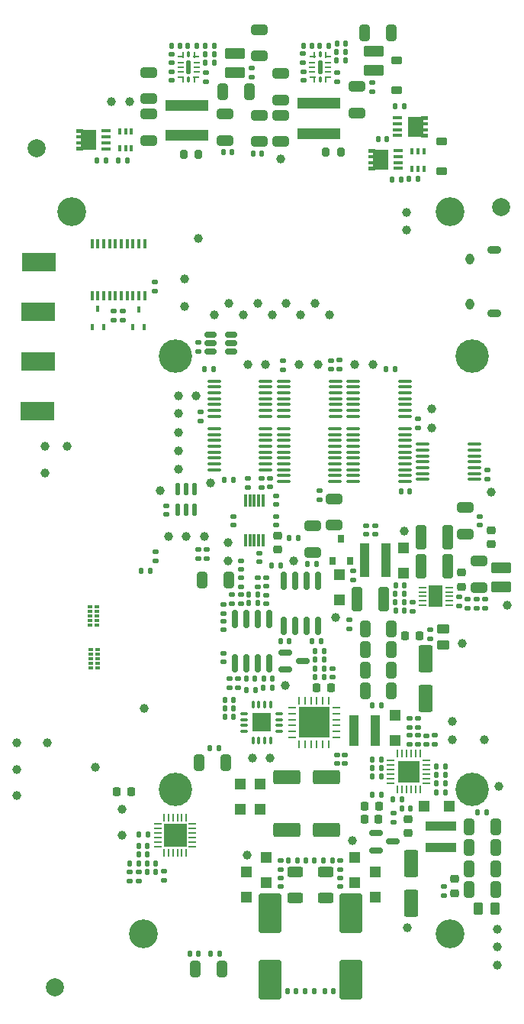
<source format=gbs>
%TF.GenerationSoftware,KiCad,Pcbnew,7.99.0-1.20230926git54171ec.fc37*%
%TF.CreationDate,2023-10-03T23:27:41+01:00*%
%TF.ProjectId,bugg-main-r5,62756767-2d6d-4616-996e-2d72352e6b69,rev?*%
%TF.SameCoordinates,Original*%
%TF.FileFunction,Soldermask,Bot*%
%TF.FilePolarity,Negative*%
%FSLAX46Y46*%
G04 Gerber Fmt 4.6, Leading zero omitted, Abs format (unit mm)*
G04 Created by KiCad (PCBNEW 7.99.0-1.20230926git54171ec.fc37) date 2023-10-03 23:27:41*
%MOMM*%
%LPD*%
G01*
G04 APERTURE LIST*
G04 Aperture macros list*
%AMRoundRect*
0 Rectangle with rounded corners*
0 $1 Rounding radius*
0 $2 $3 $4 $5 $6 $7 $8 $9 X,Y pos of 4 corners*
0 Add a 4 corners polygon primitive as box body*
4,1,4,$2,$3,$4,$5,$6,$7,$8,$9,$2,$3,0*
0 Add four circle primitives for the rounded corners*
1,1,$1+$1,$2,$3*
1,1,$1+$1,$4,$5*
1,1,$1+$1,$6,$7*
1,1,$1+$1,$8,$9*
0 Add four rect primitives between the rounded corners*
20,1,$1+$1,$2,$3,$4,$5,0*
20,1,$1+$1,$4,$5,$6,$7,0*
20,1,$1+$1,$6,$7,$8,$9,0*
20,1,$1+$1,$8,$9,$2,$3,0*%
%AMFreePoly0*
4,1,21,1.372500,0.787500,0.862500,0.787500,0.862500,0.532500,1.372500,0.532500,1.372500,0.127500,0.862500,0.127500,0.862500,-0.127500,1.372500,-0.127500,1.372500,-0.532500,0.862500,-0.532500,0.862500,-0.787500,1.372500,-0.787500,1.372500,-1.195000,0.612500,-1.195000,0.612500,-1.117500,-0.862500,-1.117500,-0.862500,1.117500,0.612500,1.117500,0.612500,1.195000,1.372500,1.195000,
1.372500,0.787500,1.372500,0.787500,$1*%
G04 Aperture macros list end*
%ADD10O,1.550000X0.890000*%
%ADD11O,0.950000X1.250000*%
%ADD12C,3.700000*%
%ADD13C,3.200000*%
%ADD14RoundRect,0.140000X0.140000X0.170000X-0.140000X0.170000X-0.140000X-0.170000X0.140000X-0.170000X0*%
%ADD15R,0.990000X0.405000*%
%ADD16FreePoly0,0.000000*%
%ADD17RoundRect,0.140000X-0.140000X-0.170000X0.140000X-0.170000X0.140000X0.170000X-0.140000X0.170000X0*%
%ADD18RoundRect,0.200000X0.200000X0.275000X-0.200000X0.275000X-0.200000X-0.275000X0.200000X-0.275000X0*%
%ADD19RoundRect,0.250000X-0.325000X-0.650000X0.325000X-0.650000X0.325000X0.650000X-0.325000X0.650000X0*%
%ADD20RoundRect,0.150000X-0.587500X-0.150000X0.587500X-0.150000X0.587500X0.150000X-0.587500X0.150000X0*%
%ADD21C,1.000000*%
%ADD22FreePoly0,180.000000*%
%ADD23R,0.980000X3.400000*%
%ADD24RoundRect,0.140000X-0.170000X0.140000X-0.170000X-0.140000X0.170000X-0.140000X0.170000X0.140000X0*%
%ADD25RoundRect,0.050000X-0.287500X-0.075000X0.287500X-0.075000X0.287500X0.075000X-0.287500X0.075000X0*%
%ADD26RoundRect,0.050000X-0.075000X0.287500X-0.075000X-0.287500X0.075000X-0.287500X0.075000X0.287500X0*%
%ADD27RoundRect,0.050000X-0.275000X-0.075000X0.275000X-0.075000X0.275000X0.075000X-0.275000X0.075000X0*%
%ADD28RoundRect,0.050050X0.124950X0.274950X-0.124950X0.274950X-0.124950X-0.274950X0.124950X-0.274950X0*%
%ADD29RoundRect,0.049950X-0.175050X-0.675050X0.175050X-0.675050X0.175050X0.675050X-0.175050X0.675050X0*%
%ADD30R,1.200000X1.200000*%
%ADD31R,3.800000X2.000000*%
%ADD32RoundRect,0.135000X0.135000X0.185000X-0.135000X0.185000X-0.135000X-0.185000X0.135000X-0.185000X0*%
%ADD33RoundRect,0.225000X0.375000X-0.225000X0.375000X0.225000X-0.375000X0.225000X-0.375000X-0.225000X0*%
%ADD34RoundRect,0.140000X0.170000X-0.140000X0.170000X0.140000X-0.170000X0.140000X-0.170000X-0.140000X0*%
%ADD35RoundRect,0.135000X0.185000X-0.135000X0.185000X0.135000X-0.185000X0.135000X-0.185000X-0.135000X0*%
%ADD36RoundRect,0.135000X-0.185000X0.135000X-0.185000X-0.135000X0.185000X-0.135000X0.185000X0.135000X0*%
%ADD37RoundRect,0.250000X0.650000X-0.325000X0.650000X0.325000X-0.650000X0.325000X-0.650000X-0.325000X0*%
%ADD38RoundRect,0.100000X-0.637500X-0.100000X0.637500X-0.100000X0.637500X0.100000X-0.637500X0.100000X0*%
%ADD39RoundRect,0.250000X0.325000X0.650000X-0.325000X0.650000X-0.325000X-0.650000X0.325000X-0.650000X0*%
%ADD40R,0.550000X0.300000*%
%ADD41R,0.550000X0.400000*%
%ADD42C,2.000000*%
%ADD43RoundRect,0.218750X0.218750X0.256250X-0.218750X0.256250X-0.218750X-0.256250X0.218750X-0.256250X0*%
%ADD44RoundRect,0.135000X-0.135000X-0.185000X0.135000X-0.185000X0.135000X0.185000X-0.135000X0.185000X0*%
%ADD45RoundRect,0.100000X0.637500X0.100000X-0.637500X0.100000X-0.637500X-0.100000X0.637500X-0.100000X0*%
%ADD46R,0.450000X0.700000*%
%ADD47RoundRect,0.250000X1.250000X0.550000X-1.250000X0.550000X-1.250000X-0.550000X1.250000X-0.550000X0*%
%ADD48RoundRect,0.250000X0.625000X-0.312500X0.625000X0.312500X-0.625000X0.312500X-0.625000X-0.312500X0*%
%ADD49RoundRect,0.250000X1.000000X-1.950000X1.000000X1.950000X-1.000000X1.950000X-1.000000X-1.950000X0*%
%ADD50RoundRect,0.250000X0.450000X-0.262500X0.450000X0.262500X-0.450000X0.262500X-0.450000X-0.262500X0*%
%ADD51RoundRect,0.150000X0.150000X-0.825000X0.150000X0.825000X-0.150000X0.825000X-0.150000X-0.825000X0*%
%ADD52RoundRect,0.250000X-0.650000X0.325000X-0.650000X-0.325000X0.650000X-0.325000X0.650000X0.325000X0*%
%ADD53RoundRect,0.250000X-0.325000X-1.100000X0.325000X-1.100000X0.325000X1.100000X-0.325000X1.100000X0*%
%ADD54RoundRect,0.250000X0.550000X-1.250000X0.550000X1.250000X-0.550000X1.250000X-0.550000X-1.250000X0*%
%ADD55RoundRect,0.062500X-0.362500X-0.062500X0.362500X-0.062500X0.362500X0.062500X-0.362500X0.062500X0*%
%ADD56RoundRect,0.062500X-0.062500X-0.362500X0.062500X-0.362500X0.062500X0.362500X-0.062500X0.362500X0*%
%ADD57R,3.400000X3.400000*%
%ADD58RoundRect,0.225000X0.250000X-0.225000X0.250000X0.225000X-0.250000X0.225000X-0.250000X-0.225000X0*%
%ADD59RoundRect,0.062500X0.062500X-0.325000X0.062500X0.325000X-0.062500X0.325000X-0.062500X-0.325000X0*%
%ADD60RoundRect,0.062500X0.325000X-0.062500X0.325000X0.062500X-0.325000X0.062500X-0.325000X-0.062500X0*%
%ADD61R,2.450000X2.450000*%
%ADD62RoundRect,0.062500X0.062500X-0.350000X0.062500X0.350000X-0.062500X0.350000X-0.062500X-0.350000X0*%
%ADD63RoundRect,0.062500X0.350000X-0.062500X0.350000X0.062500X-0.350000X0.062500X-0.350000X-0.062500X0*%
%ADD64R,2.600000X2.600000*%
%ADD65RoundRect,0.225000X-0.250000X0.225000X-0.250000X-0.225000X0.250000X-0.225000X0.250000X0.225000X0*%
%ADD66R,0.980000X3.700000*%
%ADD67RoundRect,0.200000X-0.200000X-0.275000X0.200000X-0.275000X0.200000X0.275000X-0.200000X0.275000X0*%
%ADD68RoundRect,0.250000X-0.850000X0.375000X-0.850000X-0.375000X0.850000X-0.375000X0.850000X0.375000X0*%
%ADD69RoundRect,0.250000X0.262500X0.450000X-0.262500X0.450000X-0.262500X-0.450000X0.262500X-0.450000X0*%
%ADD70RoundRect,0.075000X0.350000X0.075000X-0.350000X0.075000X-0.350000X-0.075000X0.350000X-0.075000X0*%
%ADD71RoundRect,0.075000X0.075000X0.350000X-0.075000X0.350000X-0.075000X-0.350000X0.075000X-0.350000X0*%
%ADD72R,2.100000X2.100000*%
%ADD73RoundRect,0.225000X-0.375000X0.225000X-0.375000X-0.225000X0.375000X-0.225000X0.375000X0.225000X0*%
%ADD74RoundRect,0.125000X-0.125000X0.587500X-0.125000X-0.587500X0.125000X-0.587500X0.125000X0.587500X0*%
%ADD75R,0.400000X1.000000*%
%ADD76R,4.700000X1.180000*%
%ADD77R,3.400000X0.980000*%
%ADD78R,0.300000X1.400000*%
%ADD79R,0.800000X0.900000*%
%ADD80R,0.400000X0.650000*%
%ADD81RoundRect,0.062500X0.362500X0.062500X-0.362500X0.062500X-0.362500X-0.062500X0.362500X-0.062500X0*%
%ADD82R,1.650000X2.380000*%
%ADD83RoundRect,0.225000X0.225000X0.250000X-0.225000X0.250000X-0.225000X-0.250000X0.225000X-0.250000X0*%
%ADD84RoundRect,0.150000X-0.512500X-0.150000X0.512500X-0.150000X0.512500X0.150000X-0.512500X0.150000X0*%
%ADD85RoundRect,0.218750X0.256250X-0.218750X0.256250X0.218750X-0.256250X0.218750X-0.256250X-0.218750X0*%
%ADD86RoundRect,0.218750X-0.218750X-0.256250X0.218750X-0.256250X0.218750X0.256250X-0.218750X0.256250X0*%
G04 APERTURE END LIST*
D10*
%TO.C,J15*%
X25900000Y28700000D03*
D11*
X23200000Y29700000D03*
X23200000Y34700000D03*
D10*
X25900000Y35700000D03*
%TD*%
D12*
%TO.C,SP3*%
X23500000Y-24000000D03*
%TD*%
D13*
%TO.C,H4*%
X-13000000Y-40000000D03*
%TD*%
D12*
%TO.C,SP1*%
X-9500000Y24000000D03*
%TD*%
D13*
%TO.C,H1*%
X-21000000Y40000000D03*
%TD*%
D12*
%TO.C,SP2*%
X23500000Y24000000D03*
%TD*%
D13*
%TO.C,H2*%
X21000000Y40000000D03*
%TD*%
D12*
%TO.C,SP4*%
X-9500000Y-24000000D03*
%TD*%
D13*
%TO.C,H3*%
X21000000Y-40000000D03*
%TD*%
D14*
%TO.C,C115*%
X4155000Y3825000D03*
X3195000Y3825000D03*
%TD*%
D15*
%TO.C,Q3*%
X15215000Y48410000D03*
X15215000Y49070000D03*
X15215000Y49730000D03*
X15215000Y50390000D03*
D16*
X17207500Y49400000D03*
%TD*%
D17*
%TO.C,C101*%
X6070000Y-9675000D03*
X7030000Y-9675000D03*
%TD*%
%TO.C,C46*%
X2970000Y-46400000D03*
X3930000Y-46400000D03*
%TD*%
D18*
%TO.C,R109*%
X8885000Y46580000D03*
X7235000Y46580000D03*
%TD*%
D19*
%TO.C,C91*%
X11584762Y-10835714D03*
X14534762Y-10835714D03*
%TD*%
D20*
%TO.C,U31*%
X2762500Y-10750000D03*
X2762500Y-8850000D03*
X4637500Y-9800000D03*
%TD*%
D21*
%TO.C,T10*%
X16150000Y37900000D03*
%TD*%
D15*
%TO.C,Q1*%
X-17150000Y48910000D03*
X-17150000Y48250000D03*
X-17150000Y47590000D03*
X-17150000Y46930000D03*
D22*
X-19142500Y47920000D03*
%TD*%
D23*
%TO.C,L4*%
X10354286Y-17484762D03*
X12724286Y-17484762D03*
%TD*%
D20*
%TO.C,Q10*%
X12777500Y-30775000D03*
X12777500Y-28875000D03*
X14652500Y-29825000D03*
%TD*%
D24*
%TO.C,C120*%
X-6925000Y25455000D03*
X-6925000Y24495000D03*
%TD*%
D25*
%TO.C,U5*%
X-8862500Y54850000D03*
D26*
X-8650000Y54637500D03*
D27*
X-8875000Y55500000D03*
X-8875000Y56000000D03*
X-8875000Y56500000D03*
D25*
X-8862500Y57150000D03*
D26*
X-8650000Y57362500D03*
D28*
X-8000000Y57375000D03*
D26*
X-7350000Y57362500D03*
D25*
X-7137500Y57150000D03*
D27*
X-7125000Y56500000D03*
X-7125000Y56000000D03*
X-7125000Y55500000D03*
D26*
X-7350000Y54637500D03*
D25*
X-7137500Y54850000D03*
D28*
X-8000000Y54625000D03*
D29*
X-8000000Y56000000D03*
%TD*%
D30*
%TO.C,D10*%
X10450000Y-31550000D03*
X10450000Y-34350000D03*
%TD*%
D31*
%TO.C,GC1*%
X-24750000Y17900000D03*
%TD*%
D32*
%TO.C,R7*%
X-14765000Y45650000D03*
X-15785000Y45650000D03*
%TD*%
D33*
%TO.C,D4*%
X20100000Y44500000D03*
X20100000Y47800000D03*
%TD*%
D32*
%TO.C,R8*%
X17472500Y43627500D03*
X16452500Y43627500D03*
%TD*%
D21*
%TO.C,T29*%
X-9150000Y15500000D03*
%TD*%
%TO.C,T17*%
X-16575000Y52200000D03*
%TD*%
%TO.C,T15*%
X-23950000Y11000000D03*
%TD*%
D34*
%TO.C,C126*%
X24350000Y5270000D03*
X24350000Y6230000D03*
%TD*%
D21*
%TO.C,T19*%
X-8250000Y4000000D03*
%TD*%
D14*
%TO.C,C64*%
X-3020000Y-16000000D03*
X-3980000Y-16000000D03*
%TD*%
D19*
%TO.C,C43*%
X11525000Y59786400D03*
X14475000Y59786400D03*
%TD*%
D21*
%TO.C,T51*%
X2750000Y-12500000D03*
%TD*%
D35*
%TO.C,R57*%
X-2220000Y-3460000D03*
X-2220000Y-2440000D03*
%TD*%
D36*
%TO.C,R59*%
X-2500000Y-11790000D03*
X-2500000Y-12810000D03*
%TD*%
D17*
%TO.C,C87*%
X15670000Y-26125000D03*
X16630000Y-26125000D03*
%TD*%
%TO.C,C139*%
X12420238Y-14749286D03*
X13380238Y-14749286D03*
%TD*%
D24*
%TO.C,C42*%
X-9875000Y55480000D03*
X-9875000Y54520000D03*
%TD*%
D21*
%TO.C,T57*%
X-27050000Y-18900000D03*
%TD*%
D34*
%TO.C,C54*%
X8850000Y-34780000D03*
X8850000Y-33820000D03*
%TD*%
D21*
%TO.C,T5*%
X8350000Y-5000000D03*
%TD*%
D30*
%TO.C,D13*%
X-50000Y-26200000D03*
X-50000Y-23400000D03*
%TD*%
D35*
%TO.C,R94*%
X17450000Y-17160000D03*
X17450000Y-16140000D03*
%TD*%
D37*
%TO.C,C13*%
X-3925000Y47875000D03*
X-3925000Y50825000D03*
%TD*%
D21*
%TO.C,T38*%
X-1450000Y23000000D03*
%TD*%
D38*
%TO.C,U19*%
X10287500Y17300000D03*
X10287500Y17950000D03*
X10287500Y18600000D03*
X10287500Y19250000D03*
X10287500Y19900000D03*
X10287500Y20550000D03*
X10287500Y21200000D03*
X16012500Y21200000D03*
X16012500Y20550000D03*
X16012500Y19900000D03*
X16012500Y19250000D03*
X16012500Y18600000D03*
X16012500Y17950000D03*
X16012500Y17300000D03*
%TD*%
D24*
%TO.C,C69*%
X600000Y-2495000D03*
X600000Y-3455000D03*
%TD*%
D21*
%TO.C,T18*%
X-6250000Y4000000D03*
%TD*%
D17*
%TO.C,C72*%
X-1580000Y-11800000D03*
X-620000Y-11800000D03*
%TD*%
D39*
%TO.C,C127*%
X-4325000Y-43900000D03*
X-7275000Y-43900000D03*
%TD*%
D34*
%TO.C,C94*%
X16500000Y-17155000D03*
X16500000Y-16195000D03*
%TD*%
D40*
%TO.C,U11*%
X-18985000Y-5800000D03*
X-18985000Y-5300000D03*
D41*
X-18985000Y-4800000D03*
D40*
X-18985000Y-4300000D03*
X-18985000Y-3800000D03*
X-18215000Y-3800000D03*
X-18215000Y-4300000D03*
D41*
X-18215000Y-4800000D03*
D40*
X-18215000Y-5300000D03*
X-18215000Y-5800000D03*
%TD*%
D42*
%TO.C,FID6*%
X-24850000Y47000000D03*
%TD*%
D43*
%TO.C,FB7*%
X7787500Y-12775000D03*
X6212500Y-12775000D03*
%TD*%
D44*
%TO.C,R26*%
X-14510000Y-32275000D03*
X-13490000Y-32275000D03*
%TD*%
%TO.C,R91*%
X19479286Y-23384762D03*
X20499286Y-23384762D03*
%TD*%
D36*
%TO.C,R52*%
X2200000Y-31940000D03*
X2200000Y-32960000D03*
%TD*%
D45*
%TO.C,U20*%
X8312500Y21200000D03*
X8312500Y20550000D03*
X8312500Y19900000D03*
X8312500Y19250000D03*
X8312500Y18600000D03*
X8312500Y17950000D03*
X8312500Y17300000D03*
X2587500Y17300000D03*
X2587500Y17950000D03*
X2587500Y18600000D03*
X2587500Y19250000D03*
X2587500Y19900000D03*
X2587500Y20550000D03*
X2587500Y21200000D03*
%TD*%
D24*
%TO.C,C76*%
X600000Y-570000D03*
X600000Y-1530000D03*
%TD*%
D19*
%TO.C,C90*%
X11584762Y-13135714D03*
X14534762Y-13135714D03*
%TD*%
D46*
%TO.C,Q28*%
X-17425000Y27200000D03*
X-18725000Y27200000D03*
X-18075000Y29200000D03*
%TD*%
D31*
%TO.C,GC2*%
X-24700000Y23400000D03*
%TD*%
D30*
%TO.C,D17*%
X14914286Y-18609762D03*
X14914286Y-15809762D03*
%TD*%
D47*
%TO.C,C59*%
X7275000Y-28500000D03*
X2875000Y-28500000D03*
%TD*%
D48*
%TO.C,R48*%
X3800000Y-36087500D03*
X3800000Y-33162500D03*
%TD*%
D21*
%TO.C,T48*%
X4250000Y23000000D03*
%TD*%
D36*
%TO.C,R113*%
X-15340000Y28975000D03*
X-15340000Y27955000D03*
%TD*%
%TO.C,R35*%
X-1000000Y55910000D03*
X-1000000Y54890000D03*
%TD*%
D34*
%TO.C,C60*%
X1050000Y9470000D03*
X1050000Y10430000D03*
%TD*%
D49*
%TO.C,C49*%
X10025000Y-45125000D03*
X10025000Y-37725000D03*
%TD*%
D42*
%TO.C,FID5*%
X26650000Y40500000D03*
%TD*%
D17*
%TO.C,C56*%
X5020000Y-31875000D03*
X5980000Y-31875000D03*
%TD*%
D35*
%TO.C,R103*%
X18805000Y-7380000D03*
X18805000Y-6360000D03*
%TD*%
D21*
%TO.C,T34*%
X12500000Y23000000D03*
%TD*%
D45*
%TO.C,U22*%
X562500Y21200000D03*
X562500Y20550000D03*
X562500Y19900000D03*
X562500Y19250000D03*
X562500Y18600000D03*
X562500Y17950000D03*
X562500Y17300000D03*
X-5162500Y17300000D03*
X-5162500Y17950000D03*
X-5162500Y18600000D03*
X-5162500Y19250000D03*
X-5162500Y19900000D03*
X-5162500Y20550000D03*
X-5162500Y21200000D03*
%TD*%
D30*
%TO.C,D8*%
X12700000Y-36000000D03*
X12700000Y-33200000D03*
%TD*%
D37*
%TO.C,C80*%
X5800000Y2225000D03*
X5800000Y5175000D03*
%TD*%
D21*
%TO.C,T35*%
X-7150000Y19600000D03*
%TD*%
D32*
%TO.C,R15*%
X-7065000Y58375000D03*
X-8085000Y58375000D03*
%TD*%
D50*
%TO.C,R112*%
X20290000Y-8062500D03*
X20290000Y-6237500D03*
%TD*%
D21*
%TO.C,T37*%
X550000Y23000000D03*
%TD*%
%TO.C,J5*%
X1250000Y28575000D03*
%TD*%
%TO.C,T25*%
X1050000Y-20600000D03*
%TD*%
D34*
%TO.C,C48*%
X17500000Y16040000D03*
X17500000Y17000000D03*
%TD*%
D24*
%TO.C,C25*%
X25200000Y11330000D03*
X25200000Y10370000D03*
%TD*%
D19*
%TO.C,C133*%
X23119286Y-28174762D03*
X26069286Y-28174762D03*
%TD*%
D17*
%TO.C,C117*%
X5220000Y925000D03*
X6180000Y925000D03*
%TD*%
D37*
%TO.C,C103*%
X24200000Y-1675000D03*
X24200000Y1275000D03*
%TD*%
D21*
%TO.C,T46*%
X26250000Y-43500000D03*
%TD*%
D51*
%TO.C,U33*%
X6355000Y-5875000D03*
X5085000Y-5875000D03*
X3815000Y-5875000D03*
X2545000Y-5875000D03*
X2545000Y-925000D03*
X3815000Y-925000D03*
X5085000Y-925000D03*
X6355000Y-925000D03*
%TD*%
D35*
%TO.C,R93*%
X17450000Y-19035000D03*
X17450000Y-18015000D03*
%TD*%
%TO.C,R101*%
X16495000Y-19025000D03*
X16495000Y-18005000D03*
%TD*%
D32*
%TO.C,R16*%
X9460000Y57656400D03*
X8440000Y57656400D03*
%TD*%
D17*
%TO.C,C47*%
X4970000Y-46400000D03*
X5930000Y-46400000D03*
%TD*%
D21*
%TO.C,T7*%
X27350000Y-3600000D03*
%TD*%
%TO.C,J8*%
X6050000Y29800000D03*
%TD*%
D52*
%TO.C,C45*%
X10700000Y53825000D03*
X10700000Y50875000D03*
%TD*%
D35*
%TO.C,R61*%
X-2175000Y-1560000D03*
X-2175000Y-540000D03*
%TD*%
D24*
%TO.C,C53*%
X2450000Y23430000D03*
X2450000Y22470000D03*
%TD*%
D39*
%TO.C,C129*%
X-3525000Y-850000D03*
X-6475000Y-850000D03*
%TD*%
D40*
%TO.C,U10*%
X-18885000Y-10550000D03*
X-18885000Y-10050000D03*
D41*
X-18885000Y-9550000D03*
D40*
X-18885000Y-9050000D03*
X-18885000Y-8550000D03*
X-18115000Y-8550000D03*
X-18115000Y-9050000D03*
D41*
X-18115000Y-9550000D03*
D40*
X-18115000Y-10050000D03*
X-18115000Y-10550000D03*
%TD*%
D30*
%TO.C,D14*%
X-2250000Y-26200000D03*
X-2250000Y-23400000D03*
%TD*%
D21*
%TO.C,T6*%
X15950000Y4600000D03*
%TD*%
D36*
%TO.C,R78*%
X14750000Y-26670000D03*
X14750000Y-27690000D03*
%TD*%
D53*
%TO.C,C107*%
X17775000Y3900000D03*
X20725000Y3900000D03*
%TD*%
D37*
%TO.C,C16*%
X2190000Y47725000D03*
X2190000Y50675000D03*
%TD*%
D21*
%TO.C,T55*%
X-18350000Y-21600000D03*
%TD*%
D17*
%TO.C,C121*%
X2220000Y-7600000D03*
X3180000Y-7600000D03*
%TD*%
D14*
%TO.C,C18*%
X130000Y46425000D03*
X-830000Y46425000D03*
%TD*%
D21*
%TO.C,T47*%
X10450000Y23000000D03*
%TD*%
D35*
%TO.C,R71*%
X-1400000Y9390000D03*
X-1400000Y10410000D03*
%TD*%
D21*
%TO.C,T28*%
X-9150000Y13500000D03*
%TD*%
D35*
%TO.C,R54*%
X-3450000Y-12810000D03*
X-3450000Y-11790000D03*
%TD*%
D44*
%TO.C,R90*%
X14940000Y-3300000D03*
X15960000Y-3300000D03*
%TD*%
D54*
%TO.C,C119*%
X18270000Y-13950000D03*
X18270000Y-9550000D03*
%TD*%
D17*
%TO.C,C74*%
X15570000Y9000000D03*
X16530000Y9000000D03*
%TD*%
D55*
%TO.C,U18*%
X3467462Y-18250000D03*
X3467462Y-17600000D03*
X3467462Y-16950000D03*
X3467462Y-16300000D03*
X3467462Y-15650000D03*
X3467462Y-15000000D03*
D56*
X4292462Y-14175000D03*
X4942462Y-14175000D03*
X5592462Y-14175000D03*
X6242462Y-14175000D03*
X6892462Y-14175000D03*
X7542462Y-14175000D03*
D55*
X8367462Y-15000000D03*
X8367462Y-15650000D03*
X8367462Y-16300000D03*
X8367462Y-16950000D03*
X8367462Y-17600000D03*
X8367462Y-18250000D03*
D56*
X7542462Y-19075000D03*
X6892462Y-19075000D03*
X6242462Y-19075000D03*
X5592462Y-19075000D03*
X4942462Y-19075000D03*
X4292462Y-19075000D03*
D57*
X5917462Y-16625000D03*
%TD*%
D17*
%TO.C,C17*%
X-4155000Y46575000D03*
X-3195000Y46575000D03*
%TD*%
D25*
%TO.C,U6*%
X5737500Y54850000D03*
D26*
X5950000Y54637500D03*
D27*
X5725000Y55500000D03*
X5725000Y56000000D03*
X5725000Y56500000D03*
D25*
X5737500Y57150000D03*
D26*
X5950000Y57362500D03*
D28*
X6600000Y57375000D03*
D26*
X7250000Y57362500D03*
D25*
X7462500Y57150000D03*
D27*
X7475000Y56500000D03*
X7475000Y56000000D03*
X7475000Y55500000D03*
D26*
X7250000Y54637500D03*
D25*
X7462500Y54850000D03*
D28*
X6600000Y54625000D03*
D29*
X6600000Y56000000D03*
%TD*%
D44*
%TO.C,R98*%
X5690000Y-7625000D03*
X6710000Y-7625000D03*
%TD*%
D21*
%TO.C,T26*%
X-950000Y-20600000D03*
%TD*%
D34*
%TO.C,C38*%
X-11775000Y31195000D03*
X-11775000Y32155000D03*
%TD*%
D32*
%TO.C,R69*%
X14960000Y22500000D03*
X13940000Y22500000D03*
%TD*%
D52*
%TO.C,C6*%
X-12425000Y55425000D03*
X-12425000Y52475000D03*
%TD*%
D58*
%TO.C,C102*%
X25550000Y3125000D03*
X25550000Y4675000D03*
%TD*%
D46*
%TO.C,Q27*%
X-12900000Y27175000D03*
X-14200000Y27175000D03*
X-13550000Y29175000D03*
%TD*%
D32*
%TO.C,R13*%
X9440000Y56701400D03*
X8420000Y56701400D03*
%TD*%
D59*
%TO.C,U28*%
X17689286Y-24072262D03*
X17189286Y-24072262D03*
X16689286Y-24072262D03*
X16189286Y-24072262D03*
X15689286Y-24072262D03*
X15189286Y-24072262D03*
D60*
X14451786Y-23334762D03*
X14451786Y-22834762D03*
X14451786Y-22334762D03*
X14451786Y-21834762D03*
X14451786Y-21334762D03*
X14451786Y-20834762D03*
D59*
X15189286Y-20097262D03*
X15689286Y-20097262D03*
X16189286Y-20097262D03*
X16689286Y-20097262D03*
X17189286Y-20097262D03*
X17689286Y-20097262D03*
D60*
X18426786Y-20834762D03*
X18426786Y-21334762D03*
X18426786Y-21834762D03*
X18426786Y-22334762D03*
X18426786Y-22834762D03*
X18426786Y-23334762D03*
D61*
X16439286Y-22084762D03*
%TD*%
D24*
%TO.C,C55*%
X2200000Y-33820000D03*
X2200000Y-34780000D03*
%TD*%
D62*
%TO.C,U12*%
X-8250000Y-31037500D03*
X-8750000Y-31037500D03*
X-9250000Y-31037500D03*
X-9750000Y-31037500D03*
X-10250000Y-31037500D03*
X-10750000Y-31037500D03*
D63*
X-11437500Y-30350000D03*
X-11437500Y-29850000D03*
X-11437500Y-29350000D03*
X-11437500Y-28850000D03*
X-11437500Y-28350000D03*
X-11437500Y-27850000D03*
D62*
X-10750000Y-27162500D03*
X-10250000Y-27162500D03*
X-9750000Y-27162500D03*
X-9250000Y-27162500D03*
X-8750000Y-27162500D03*
X-8250000Y-27162500D03*
D63*
X-7562500Y-27850000D03*
X-7562500Y-28350000D03*
X-7562500Y-28850000D03*
X-7562500Y-29350000D03*
X-7562500Y-29850000D03*
X-7562500Y-30350000D03*
D64*
X-9500000Y-29100000D03*
%TD*%
D65*
%TO.C,C104*%
X22300000Y-25000D03*
X22300000Y-1575000D03*
%TD*%
D21*
%TO.C,T2*%
X25570000Y8935000D03*
%TD*%
D17*
%TO.C,C138*%
X24099762Y-26545714D03*
X25059762Y-26545714D03*
%TD*%
D66*
%TO.C,L5*%
X11565000Y1350000D03*
X13935000Y1350000D03*
%TD*%
D14*
%TO.C,C12*%
X9405000Y58591400D03*
X8445000Y58591400D03*
%TD*%
D32*
%TO.C,R97*%
X15960000Y-2350000D03*
X14940000Y-2350000D03*
%TD*%
%TO.C,R107*%
X2225000Y775000D03*
X1205000Y775000D03*
%TD*%
D44*
%TO.C,R88*%
X12365000Y-20700000D03*
X13385000Y-20700000D03*
%TD*%
%TO.C,R50*%
X6940000Y-31875000D03*
X7960000Y-31875000D03*
%TD*%
D21*
%TO.C,T39*%
X-5550000Y9900000D03*
%TD*%
%TO.C,T20*%
X-10250000Y4000000D03*
%TD*%
D31*
%TO.C,GC3*%
X-24700000Y28900000D03*
%TD*%
D21*
%TO.C,T36*%
X-6950000Y37000000D03*
%TD*%
%TO.C,T13*%
X-14575000Y52200000D03*
%TD*%
D32*
%TO.C,R6*%
X-12290000Y200000D03*
X-13310000Y200000D03*
%TD*%
D37*
%TO.C,C15*%
X-12425000Y47850000D03*
X-12425000Y50800000D03*
%TD*%
D52*
%TO.C,C5*%
X2200000Y55325000D03*
X2200000Y52375000D03*
%TD*%
D35*
%TO.C,R75*%
X-6000000Y1565000D03*
X-6000000Y2585000D03*
%TD*%
D44*
%TO.C,R18*%
X12370000Y-22610000D03*
X13390000Y-22610000D03*
%TD*%
D21*
%TO.C,T52*%
X3650000Y1300000D03*
%TD*%
D34*
%TO.C,C124*%
X-3050000Y5270000D03*
X-3050000Y6230000D03*
%TD*%
D24*
%TO.C,C41*%
X8475000Y55355000D03*
X8475000Y54395000D03*
%TD*%
D37*
%TO.C,C131*%
X22700000Y4275000D03*
X22700000Y7225000D03*
%TD*%
D21*
%TO.C,T53*%
X-15350000Y-29100000D03*
%TD*%
D47*
%TO.C,C58*%
X7275000Y-22675000D03*
X2875000Y-22675000D03*
%TD*%
D36*
%TO.C,R63*%
X100000Y10460000D03*
X100000Y9440000D03*
%TD*%
D21*
%TO.C,J4*%
X-350000Y29800000D03*
%TD*%
D34*
%TO.C,C114*%
X23000000Y-3930000D03*
X23000000Y-2970000D03*
%TD*%
D37*
%TO.C,C130*%
X8150000Y5225000D03*
X8150000Y8175000D03*
%TD*%
D24*
%TO.C,C4*%
X-6100000Y55355000D03*
X-6100000Y54395000D03*
%TD*%
D36*
%TO.C,R27*%
X-13550000Y-33165000D03*
X-13550000Y-34185000D03*
%TD*%
D67*
%TO.C,R110*%
X-8535000Y46355000D03*
X-6885000Y46355000D03*
%TD*%
D24*
%TO.C,C10*%
X4716600Y57459400D03*
X4716600Y56499400D03*
%TD*%
D30*
%TO.C,D16*%
X20964286Y-25909762D03*
X18164286Y-25909762D03*
%TD*%
D14*
%TO.C,C32*%
X-11670000Y-32250000D03*
X-12630000Y-32250000D03*
%TD*%
D53*
%TO.C,C109*%
X10725000Y-2950000D03*
X13675000Y-2950000D03*
%TD*%
D21*
%TO.C,T12*%
X2250000Y45800000D03*
%TD*%
D68*
%TO.C,L8*%
X12550000Y57761400D03*
X12550000Y55611400D03*
%TD*%
D31*
%TO.C,GC4*%
X-24650000Y34400000D03*
%TD*%
D14*
%TO.C,C123*%
X-4670000Y-19450000D03*
X-5630000Y-19450000D03*
%TD*%
D21*
%TO.C,T58*%
X-27050000Y-21800000D03*
%TD*%
D34*
%TO.C,C70*%
X-4150000Y-9930000D03*
X-4150000Y-8970000D03*
%TD*%
D44*
%TO.C,R74*%
X6040000Y-11575000D03*
X7060000Y-11575000D03*
%TD*%
D17*
%TO.C,C96*%
X19510238Y-21464286D03*
X20470238Y-21464286D03*
%TD*%
D21*
%TO.C,T49*%
X19000000Y18100000D03*
%TD*%
D36*
%TO.C,R114*%
X-16300000Y28975000D03*
X-16300000Y27955000D03*
%TD*%
D15*
%TO.C,Q2*%
X15275000Y46740000D03*
X15275000Y46080000D03*
X15275000Y45420000D03*
X15275000Y44760000D03*
D22*
X13282500Y45750000D03*
%TD*%
D32*
%TO.C,R100*%
X-2990000Y10250000D03*
X-4010000Y10250000D03*
%TD*%
D21*
%TO.C,T43*%
X19000000Y16050000D03*
%TD*%
D39*
%TO.C,C128*%
X-3905000Y-21100000D03*
X-6855000Y-21100000D03*
%TD*%
D44*
%TO.C,R60*%
X-1330000Y-2450000D03*
X-310000Y-2450000D03*
%TD*%
%TO.C,R87*%
X14690000Y-25175000D03*
X15710000Y-25175000D03*
%TD*%
D17*
%TO.C,C27*%
X7125000Y-46425000D03*
X8085000Y-46425000D03*
%TD*%
D35*
%TO.C,R77*%
X-11650000Y1240000D03*
X-11650000Y2260000D03*
%TD*%
D49*
%TO.C,C50*%
X1000000Y-45125000D03*
X1000000Y-37725000D03*
%TD*%
D19*
%TO.C,C88*%
X23114286Y-35109762D03*
X26064286Y-35109762D03*
%TD*%
D36*
%TO.C,R36*%
X12350000Y54296400D03*
X12350000Y53276400D03*
%TD*%
D19*
%TO.C,C134*%
X11579762Y-8535714D03*
X14529762Y-8535714D03*
%TD*%
D36*
%TO.C,R55*%
X-3170000Y-2440000D03*
X-3170000Y-3460000D03*
%TD*%
D21*
%TO.C,T30*%
X-9150000Y17600000D03*
%TD*%
D36*
%TO.C,R95*%
X16850000Y-3250000D03*
X16850000Y-4270000D03*
%TD*%
D44*
%TO.C,R92*%
X19504286Y-22434762D03*
X20524286Y-22434762D03*
%TD*%
D34*
%TO.C,C105*%
X12700000Y4220000D03*
X12700000Y5180000D03*
%TD*%
D69*
%TO.C,R111*%
X25987500Y-37210000D03*
X24162500Y-37210000D03*
%TD*%
D32*
%TO.C,R14*%
X-5135000Y57425000D03*
X-6155000Y57425000D03*
%TD*%
D48*
%TO.C,R47*%
X7250000Y-36087500D03*
X7250000Y-33162500D03*
%TD*%
D17*
%TO.C,C132*%
X-7880000Y-42200000D03*
X-6920000Y-42200000D03*
%TD*%
D44*
%TO.C,R83*%
X12370000Y-21655000D03*
X13390000Y-21655000D03*
%TD*%
D34*
%TO.C,C9*%
X-9875000Y56495000D03*
X-9875000Y57455000D03*
%TD*%
D21*
%TO.C,T1*%
X24850000Y-18500000D03*
%TD*%
D19*
%TO.C,C136*%
X11579762Y-6215714D03*
X14529762Y-6215714D03*
%TD*%
D14*
%TO.C,C11*%
X-5165000Y58375000D03*
X-6125000Y58375000D03*
%TD*%
D35*
%TO.C,R51*%
X8850000Y-32960000D03*
X8850000Y-31940000D03*
%TD*%
D14*
%TO.C,C82*%
X7030000Y-10625000D03*
X6070000Y-10625000D03*
%TD*%
%TO.C,C113*%
X15955000Y-1400000D03*
X14995000Y-1400000D03*
%TD*%
D24*
%TO.C,C33*%
X-10750000Y-33120000D03*
X-10750000Y-34080000D03*
%TD*%
D17*
%TO.C,C73*%
X-1300000Y-3400000D03*
X-340000Y-3400000D03*
%TD*%
D35*
%TO.C,R96*%
X23950000Y-3960000D03*
X23950000Y-2940000D03*
%TD*%
D70*
%TO.C,U23*%
X2075000Y-15650000D03*
X2075000Y-16300000D03*
X2075000Y-16950000D03*
X2075000Y-17600000D03*
D71*
X1100000Y-18575000D03*
X450000Y-18575000D03*
X-200000Y-18575000D03*
X-850000Y-18575000D03*
D70*
X-1825000Y-17600000D03*
X-1825000Y-16950000D03*
X-1825000Y-16300000D03*
X-1825000Y-15650000D03*
D71*
X-850000Y-14675000D03*
X-200000Y-14675000D03*
X450000Y-14675000D03*
X1100000Y-14675000D03*
D72*
X125000Y-16625000D03*
%TD*%
D54*
%TO.C,C118*%
X16700000Y-36650000D03*
X16700000Y-32250000D03*
%TD*%
D36*
%TO.C,R89*%
X10275000Y160000D03*
X10275000Y-860000D03*
%TD*%
D34*
%TO.C,C67*%
X6500000Y8070000D03*
X6500000Y9030000D03*
%TD*%
D21*
%TO.C,T16*%
X-21450000Y14000000D03*
%TD*%
D32*
%TO.C,R12*%
X-5140000Y56475000D03*
X-6160000Y56475000D03*
%TD*%
D44*
%TO.C,R28*%
X-13560000Y-29000000D03*
X-12540000Y-29000000D03*
%TD*%
D14*
%TO.C,C122*%
X-4570000Y-42200000D03*
X-5530000Y-42200000D03*
%TD*%
D21*
%TO.C,T4*%
X-27050000Y-24700000D03*
%TD*%
%TO.C,T42*%
X21250000Y-16500000D03*
%TD*%
D34*
%TO.C,C93*%
X18400000Y-19030000D03*
X18400000Y-18070000D03*
%TD*%
D35*
%TO.C,R108*%
X9860000Y-6225000D03*
X9860000Y-5205000D03*
%TD*%
D34*
%TO.C,C78*%
X-125000Y1195000D03*
X-125000Y2155000D03*
%TD*%
D38*
%TO.C,U17*%
X17987500Y10300000D03*
X17987500Y10950000D03*
X17987500Y11600000D03*
X17987500Y12250000D03*
X17987500Y12900000D03*
X17987500Y13550000D03*
X17987500Y14200000D03*
X23712500Y14200000D03*
X23712500Y13550000D03*
X23712500Y12900000D03*
X23712500Y12250000D03*
X23712500Y11600000D03*
X23712500Y10950000D03*
X23712500Y10300000D03*
%TD*%
D42*
%TO.C,FID4*%
X-22850000Y-46000000D03*
%TD*%
D21*
%TO.C,J1*%
X-5150000Y28575000D03*
%TD*%
D73*
%TO.C,D5*%
X15050000Y56700000D03*
X15050000Y53400000D03*
%TD*%
D14*
%TO.C,C40*%
X-12570000Y-30300000D03*
X-13530000Y-30300000D03*
%TD*%
D21*
%TO.C,T54*%
X-15350000Y-26250000D03*
%TD*%
D35*
%TO.C,R73*%
X8775000Y22490000D03*
X8775000Y23510000D03*
%TD*%
D17*
%TO.C,C63*%
X-3980000Y-14100000D03*
X-3020000Y-14100000D03*
%TD*%
D36*
%TO.C,R70*%
X-6650000Y17760000D03*
X-6650000Y16740000D03*
%TD*%
D24*
%TO.C,C68*%
X-4150000Y-5420000D03*
X-4150000Y-6380000D03*
%TD*%
D21*
%TO.C,T23*%
X10150000Y-29700000D03*
%TD*%
%TO.C,J9*%
X7600000Y28525000D03*
%TD*%
D51*
%TO.C,U25*%
X955000Y-10075000D03*
X-315000Y-10075000D03*
X-1585000Y-10075000D03*
X-2855000Y-10075000D03*
X-2855000Y-5125000D03*
X-1585000Y-5125000D03*
X-315000Y-5125000D03*
X955000Y-5125000D03*
%TD*%
D21*
%TO.C,T41*%
X21250000Y-18500000D03*
%TD*%
D14*
%TO.C,C141*%
X13370000Y-24660000D03*
X12410000Y-24660000D03*
%TD*%
D21*
%TO.C,T8*%
X-8450000Y32500000D03*
%TD*%
D74*
%TO.C,U34*%
X-9250000Y9237500D03*
X-8300000Y9237500D03*
X-7350000Y9237500D03*
X-7350000Y6962500D03*
X-8300000Y6962500D03*
X-9250000Y6962500D03*
%TD*%
D75*
%TO.C,U9*%
X-12875000Y30650000D03*
X-13525000Y30650000D03*
X-14175000Y30650000D03*
X-14825000Y30650000D03*
X-15475000Y30650000D03*
X-16125000Y30650000D03*
X-16775000Y30650000D03*
X-17425000Y30650000D03*
X-18075000Y30650000D03*
X-18725000Y30650000D03*
X-18725000Y36450000D03*
X-18075000Y36450000D03*
X-17425000Y36450000D03*
X-16775000Y36450000D03*
X-16125000Y36450000D03*
X-15475000Y36450000D03*
X-14825000Y36450000D03*
X-14175000Y36450000D03*
X-13525000Y36450000D03*
X-12875000Y36450000D03*
%TD*%
D53*
%TO.C,C108*%
X17775000Y700000D03*
X20725000Y700000D03*
%TD*%
D34*
%TO.C,C106*%
X11700000Y4220000D03*
X11700000Y5180000D03*
%TD*%
D14*
%TO.C,C39*%
X-12570000Y-31250000D03*
X-13530000Y-31250000D03*
%TD*%
D58*
%TO.C,C85*%
X16389286Y-28864762D03*
X16389286Y-27314762D03*
%TD*%
D37*
%TO.C,C2*%
X-175000Y57215000D03*
X-175000Y60165000D03*
%TD*%
D32*
%TO.C,R17*%
X7585000Y58375000D03*
X6565000Y58375000D03*
%TD*%
D35*
%TO.C,R62*%
X-350000Y-1560000D03*
X-350000Y-540000D03*
%TD*%
D76*
%TO.C,L1*%
X-8175000Y51730000D03*
X-8175000Y48420000D03*
%TD*%
D17*
%TO.C,C92*%
X19509286Y-24334762D03*
X20469286Y-24334762D03*
%TD*%
%TO.C,C7*%
X-9905000Y58375000D03*
X-8945000Y58375000D03*
%TD*%
D68*
%TO.C,L6*%
X26700000Y525000D03*
X26700000Y-1625000D03*
%TD*%
D77*
%TO.C,L3*%
X20014286Y-30469762D03*
X20014286Y-28099762D03*
%TD*%
D38*
%TO.C,U24*%
X2537500Y10075000D03*
X2537500Y10725000D03*
X2537500Y11375000D03*
X2537500Y12025000D03*
X2537500Y12675000D03*
X2537500Y13325000D03*
X2537500Y13975000D03*
X2537500Y14625000D03*
X2537500Y15275000D03*
X2537500Y15925000D03*
X8262500Y15925000D03*
X8262500Y15275000D03*
X8262500Y14625000D03*
X8262500Y13975000D03*
X8262500Y13325000D03*
X8262500Y12675000D03*
X8262500Y12025000D03*
X8262500Y11375000D03*
X8262500Y10725000D03*
X8262500Y10075000D03*
%TD*%
D78*
%TO.C,U27*%
X300000Y3550000D03*
X-200000Y3550000D03*
X-700000Y3550000D03*
X-1200000Y3550000D03*
X-1700000Y3550000D03*
X-1700000Y7950000D03*
X-1200000Y7950000D03*
X-700000Y7950000D03*
X-200000Y7950000D03*
X300000Y7950000D03*
%TD*%
D21*
%TO.C,T9*%
X-8450000Y29500000D03*
%TD*%
%TO.C,J2*%
X-3550000Y29800000D03*
%TD*%
%TO.C,T44*%
X26250000Y-39500000D03*
%TD*%
D79*
%TO.C,Q26*%
X9900000Y1300000D03*
X8000000Y1300000D03*
X8950000Y3700000D03*
%TD*%
D24*
%TO.C,C52*%
X7950000Y-10645000D03*
X7950000Y-11605000D03*
%TD*%
D34*
%TO.C,C95*%
X19334762Y-19015714D03*
X19334762Y-18055714D03*
%TD*%
D44*
%TO.C,R11*%
X14890000Y51650000D03*
X15910000Y51650000D03*
%TD*%
D21*
%TO.C,T3*%
X-12950000Y-15100000D03*
%TD*%
D24*
%TO.C,C111*%
X22050000Y-2720000D03*
X22050000Y-3680000D03*
%TD*%
D34*
%TO.C,C137*%
X-10460000Y6430000D03*
X-10460000Y7390000D03*
%TD*%
D14*
%TO.C,C31*%
X-11670000Y-33200000D03*
X-12630000Y-33200000D03*
%TD*%
D21*
%TO.C,T21*%
X16250000Y-39400000D03*
%TD*%
%TO.C,T56*%
X-23695000Y-18900000D03*
%TD*%
D24*
%TO.C,C79*%
X1700000Y8480000D03*
X1700000Y7520000D03*
%TD*%
D21*
%TO.C,T24*%
X-1500000Y-31325000D03*
%TD*%
D80*
%TO.C,U3*%
X-14335000Y46970000D03*
X-14985000Y46970000D03*
X-15635000Y46970000D03*
X-15635000Y48870000D03*
X-14985000Y48870000D03*
X-14335000Y48870000D03*
%TD*%
D36*
%TO.C,R102*%
X20326428Y-34790476D03*
X20326428Y-35810476D03*
%TD*%
D24*
%TO.C,C3*%
X4725000Y55505000D03*
X4725000Y54545000D03*
%TD*%
D34*
%TO.C,C65*%
X8450000Y-21155000D03*
X8450000Y-20195000D03*
%TD*%
D81*
%TO.C,U32*%
X20900000Y-1650000D03*
X20900000Y-2150000D03*
X20900000Y-2650000D03*
X20900000Y-3150000D03*
X20900000Y-3650000D03*
X18000000Y-3650000D03*
X18000000Y-3150000D03*
X18000000Y-2650000D03*
X18000000Y-2150000D03*
X18000000Y-1650000D03*
D82*
X19450000Y-2650000D03*
%TD*%
D17*
%TO.C,C8*%
X4755000Y58380000D03*
X5715000Y58380000D03*
%TD*%
D21*
%TO.C,T31*%
X-9150000Y19600000D03*
%TD*%
D83*
%TO.C,C140*%
X13105000Y-25870000D03*
X11555000Y-25870000D03*
%TD*%
D44*
%TO.C,R10*%
X14580000Y43500000D03*
X15600000Y43500000D03*
%TD*%
D14*
%TO.C,C62*%
X-3020000Y-15050000D03*
X-3980000Y-15050000D03*
%TD*%
D19*
%TO.C,C89*%
X23114286Y-32809762D03*
X26064286Y-32809762D03*
%TD*%
%TO.C,C135*%
X23119286Y-30494762D03*
X26069286Y-30494762D03*
%TD*%
D21*
%TO.C,T50*%
X6350000Y23000000D03*
%TD*%
%TO.C,J6*%
X2850000Y29800000D03*
%TD*%
%TO.C,T14*%
X-23950000Y14000000D03*
%TD*%
D17*
%TO.C,C71*%
X320000Y-11800000D03*
X1280000Y-11800000D03*
%TD*%
D30*
%TO.C,D12*%
X600000Y-31550000D03*
X600000Y-34350000D03*
%TD*%
D84*
%TO.C,U35*%
X-5537500Y24450000D03*
X-5537500Y25400000D03*
X-5537500Y26350000D03*
X-3262500Y26350000D03*
X-3262500Y25400000D03*
X-3262500Y24450000D03*
%TD*%
D21*
%TO.C,T27*%
X-9150000Y11400000D03*
%TD*%
D38*
%TO.C,U26*%
X10287500Y10075000D03*
X10287500Y10725000D03*
X10287500Y11375000D03*
X10287500Y12025000D03*
X10287500Y12675000D03*
X10287500Y13325000D03*
X10287500Y13975000D03*
X10287500Y14625000D03*
X10287500Y15275000D03*
X10287500Y15925000D03*
X16012500Y15925000D03*
X16012500Y15275000D03*
X16012500Y14625000D03*
X16012500Y13975000D03*
X16012500Y13325000D03*
X16012500Y12675000D03*
X16012500Y12025000D03*
X16012500Y11375000D03*
X16012500Y10725000D03*
X16012500Y10075000D03*
%TD*%
D34*
%TO.C,C125*%
X1750000Y5245000D03*
X1750000Y6205000D03*
%TD*%
%TO.C,C75*%
X-2175000Y320000D03*
X-2175000Y1280000D03*
%TD*%
D37*
%TO.C,C14*%
X-125000Y47725000D03*
X-125000Y50675000D03*
%TD*%
D30*
%TO.C,D19*%
X8700000Y-3075000D03*
X8700000Y-275000D03*
%TD*%
D35*
%TO.C,R25*%
X-14500000Y-34185000D03*
X-14500000Y-33165000D03*
%TD*%
D38*
%TO.C,U21*%
X-5162500Y11375000D03*
X-5162500Y12025000D03*
X-5162500Y12675000D03*
X-5162500Y13325000D03*
X-5162500Y13975000D03*
X-5162500Y14625000D03*
X-5162500Y15275000D03*
X-5162500Y15925000D03*
X562500Y15925000D03*
X562500Y15275000D03*
X562500Y14625000D03*
X562500Y13975000D03*
X562500Y13325000D03*
X562500Y12675000D03*
X562500Y12025000D03*
X562500Y11375000D03*
%TD*%
D30*
%TO.C,D18*%
X15850000Y2750000D03*
X15850000Y-50000D03*
%TD*%
D21*
%TO.C,T45*%
X26250000Y-41500000D03*
%TD*%
D85*
%TO.C,FB5*%
X21540238Y-35551786D03*
X21540238Y-33976786D03*
%TD*%
D21*
%TO.C,T59*%
X26450000Y-23700000D03*
%TD*%
%TO.C,T40*%
X-11175000Y9100000D03*
%TD*%
D24*
%TO.C,C81*%
X7825000Y23480000D03*
X7825000Y22520000D03*
%TD*%
D14*
%TO.C,C116*%
X7030000Y-8750000D03*
X6070000Y-8750000D03*
%TD*%
D17*
%TO.C,C110*%
X14985000Y-4250000D03*
X15945000Y-4250000D03*
%TD*%
D21*
%TO.C,T32*%
X-3650000Y1300000D03*
%TD*%
D86*
%TO.C,FB6*%
X16062500Y-7050000D03*
X17637500Y-7050000D03*
%TD*%
D44*
%TO.C,R53*%
X-1610000Y-13000000D03*
X-590000Y-13000000D03*
%TD*%
%TO.C,R58*%
X290000Y-12800000D03*
X1310000Y-12800000D03*
%TD*%
D21*
%TO.C,J7*%
X4450000Y28575000D03*
%TD*%
%TO.C,T33*%
X-3650000Y3300000D03*
%TD*%
D44*
%TO.C,R9*%
X-18210000Y45650000D03*
X-17190000Y45650000D03*
%TD*%
D34*
%TO.C,C66*%
X9375000Y-21155000D03*
X9375000Y-20195000D03*
%TD*%
D35*
%TO.C,R76*%
X-6950000Y1565000D03*
X-6950000Y2585000D03*
%TD*%
D21*
%TO.C,J3*%
X-1950000Y28575000D03*
%TD*%
D39*
%TO.C,C44*%
X-1275000Y53300000D03*
X-4225000Y53300000D03*
%TD*%
D83*
%TO.C,C86*%
X13095000Y-27375000D03*
X11545000Y-27375000D03*
%TD*%
D21*
%TO.C,T22*%
X22350000Y-7900000D03*
%TD*%
D76*
%TO.C,L2*%
X6450000Y51955000D03*
X6450000Y48645000D03*
%TD*%
D24*
%TO.C,C112*%
X24900000Y-2970000D03*
X24900000Y-3930000D03*
%TD*%
D36*
%TO.C,R56*%
X-4120000Y-3540000D03*
X-4120000Y-4560000D03*
%TD*%
D65*
%TO.C,C77*%
X1900000Y4100000D03*
X1900000Y2550000D03*
%TD*%
D80*
%TO.C,U4*%
X18115000Y44752500D03*
X17465000Y44752500D03*
X16815000Y44752500D03*
X16815000Y46652500D03*
X17465000Y46652500D03*
X18115000Y46652500D03*
%TD*%
D30*
%TO.C,D11*%
X-1600000Y-36000000D03*
X-1600000Y-33200000D03*
%TD*%
D68*
%TO.C,L7*%
X-2825000Y57500000D03*
X-2825000Y55350000D03*
%TD*%
D17*
%TO.C,C57*%
X-6230000Y22500000D03*
X-5270000Y22500000D03*
%TD*%
D21*
%TO.C,T11*%
X16150000Y39900000D03*
%TD*%
D14*
%TO.C,C1*%
X14030000Y48000000D03*
X13070000Y48000000D03*
%TD*%
D32*
%TO.C,R49*%
X4110000Y-31875000D03*
X3090000Y-31875000D03*
%TD*%
D83*
%TO.C,C24*%
X-14400000Y-24275000D03*
X-15950000Y-24275000D03*
%TD*%
M02*

</source>
